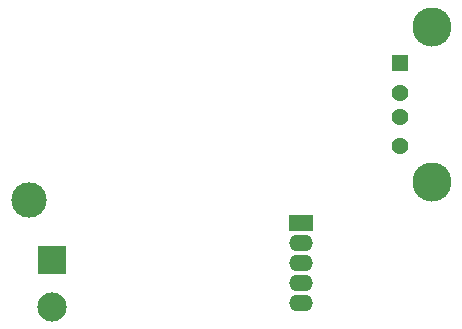
<source format=gbl>
G04*
G04 #@! TF.GenerationSoftware,Altium Limited,Altium Designer,18.0.9 (584)*
G04*
G04 Layer_Physical_Order=2*
G04 Layer_Color=16711680*
%FSLAX25Y25*%
%MOIN*%
G70*
G01*
G75*
%ADD36R,0.09744X0.09744*%
%ADD37C,0.09744*%
%ADD38R,0.07874X0.05512*%
%ADD39O,0.07874X0.05512*%
%ADD40R,0.05622X0.05622*%
%ADD41C,0.05622*%
%ADD42C,0.13055*%
%ADD43C,0.11811*%
D36*
X18701Y26496D02*
D03*
D37*
Y10905D02*
D03*
D38*
X101500Y38886D02*
D03*
D39*
Y32193D02*
D03*
Y25500D02*
D03*
Y18807D02*
D03*
Y12114D02*
D03*
D40*
X134488Y91929D02*
D03*
D41*
Y82087D02*
D03*
Y74213D02*
D03*
Y64370D02*
D03*
D42*
X145158Y104016D02*
D03*
Y52284D02*
D03*
D43*
X10827Y46260D02*
D03*
M02*

</source>
